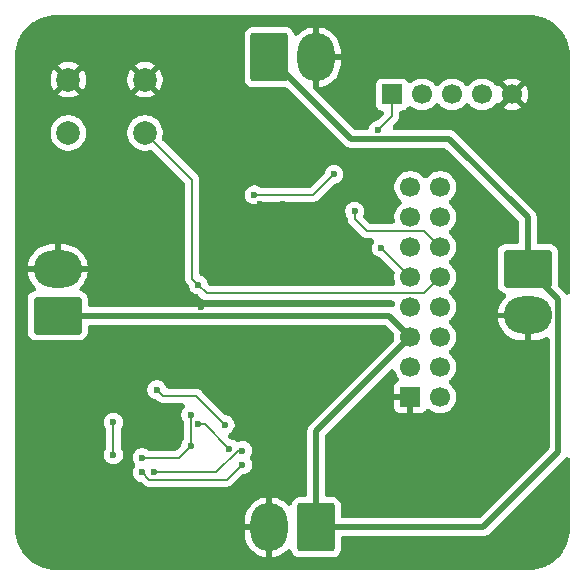
<source format=gbr>
%TF.GenerationSoftware,KiCad,Pcbnew,9.0.3*%
%TF.CreationDate,2025-08-18T23:52:33+02:00*%
%TF.ProjectId,main,6d61696e-2e6b-4696-9361-645f70636258,1.0*%
%TF.SameCoordinates,Original*%
%TF.FileFunction,Copper,L2,Bot*%
%TF.FilePolarity,Positive*%
%FSLAX46Y46*%
G04 Gerber Fmt 4.6, Leading zero omitted, Abs format (unit mm)*
G04 Created by KiCad (PCBNEW 9.0.3) date 2025-08-18 23:52:33*
%MOMM*%
%LPD*%
G01*
G04 APERTURE LIST*
G04 Aperture macros list*
%AMRoundRect*
0 Rectangle with rounded corners*
0 $1 Rounding radius*
0 $2 $3 $4 $5 $6 $7 $8 $9 X,Y pos of 4 corners*
0 Add a 4 corners polygon primitive as box body*
4,1,4,$2,$3,$4,$5,$6,$7,$8,$9,$2,$3,0*
0 Add four circle primitives for the rounded corners*
1,1,$1+$1,$2,$3*
1,1,$1+$1,$4,$5*
1,1,$1+$1,$6,$7*
1,1,$1+$1,$8,$9*
0 Add four rect primitives between the rounded corners*
20,1,$1+$1,$2,$3,$4,$5,0*
20,1,$1+$1,$4,$5,$6,$7,0*
20,1,$1+$1,$6,$7,$8,$9,0*
20,1,$1+$1,$8,$9,$2,$3,0*%
G04 Aperture macros list end*
%TA.AperFunction,ComponentPad*%
%ADD10RoundRect,0.250000X1.330000X1.800000X-1.330000X1.800000X-1.330000X-1.800000X1.330000X-1.800000X0*%
%TD*%
%TA.AperFunction,ComponentPad*%
%ADD11O,3.160000X4.100000*%
%TD*%
%TA.AperFunction,ComponentPad*%
%ADD12RoundRect,0.250000X-1.330000X-1.800000X1.330000X-1.800000X1.330000X1.800000X-1.330000X1.800000X0*%
%TD*%
%TA.AperFunction,ComponentPad*%
%ADD13C,2.000000*%
%TD*%
%TA.AperFunction,ComponentPad*%
%ADD14R,1.700000X1.700000*%
%TD*%
%TA.AperFunction,ComponentPad*%
%ADD15C,1.700000*%
%TD*%
%TA.AperFunction,ComponentPad*%
%ADD16RoundRect,0.250000X1.800000X-1.330000X1.800000X1.330000X-1.800000X1.330000X-1.800000X-1.330000X0*%
%TD*%
%TA.AperFunction,ComponentPad*%
%ADD17O,4.100000X3.160000*%
%TD*%
%TA.AperFunction,ComponentPad*%
%ADD18RoundRect,0.250000X-1.800000X1.330000X-1.800000X-1.330000X1.800000X-1.330000X1.800000X1.330000X0*%
%TD*%
%TA.AperFunction,ViaPad*%
%ADD19C,0.600000*%
%TD*%
%TA.AperFunction,Conductor*%
%ADD20C,0.200000*%
%TD*%
%TA.AperFunction,Conductor*%
%ADD21C,0.500000*%
%TD*%
G04 APERTURE END LIST*
D10*
%TO.P,J3,1,Pin_1*%
%TO.N,SOL*%
X151980000Y-119895000D03*
D11*
%TO.P,J3,2,Pin_2*%
%TO.N,GND*%
X148020000Y-119895000D03*
%TD*%
D12*
%TO.P,J1,1,Pin_1*%
%TO.N,SOL*%
X148020000Y-80105000D03*
D11*
%TO.P,J1,2,Pin_2*%
%TO.N,GND*%
X151980000Y-80105000D03*
%TD*%
D13*
%TO.P,SW1,1,1*%
%TO.N,GND*%
X131000000Y-82000000D03*
X137500000Y-82000000D03*
%TO.P,SW1,2,2*%
%TO.N,NRST*%
X131000000Y-86500000D03*
X137500000Y-86500000D03*
%TD*%
D14*
%TO.P,J5,1,Pin_1*%
%TO.N,GND*%
X159960000Y-108870000D03*
D15*
%TO.P,J5,2,Pin_2*%
%TO.N,BATT*%
X162500000Y-108870000D03*
%TO.P,J5,3,Pin_3*%
%TO.N,~{BATT_CON}*%
X159960000Y-106330000D03*
%TO.P,J5,4,Pin_4*%
%TO.N,~{BATT_CHG}*%
X162500000Y-106330000D03*
%TO.P,J5,5,Pin_5*%
%TO.N,SOL*%
X159960000Y-103790000D03*
%TO.P,J5,6,Pin_6*%
%TO.N,unconnected-(J5-Pin_6-Pad6)*%
X162500000Y-103790000D03*
%TO.P,J5,7,Pin_7*%
%TO.N,unconnected-(J5-Pin_7-Pad7)*%
X159960000Y-101250000D03*
%TO.P,J5,8,Pin_8*%
%TO.N,unconnected-(J5-Pin_8-Pad8)*%
X162500000Y-101250000D03*
%TO.P,J5,9,Pin_9*%
%TO.N,+3V3*%
X159960000Y-98710000D03*
%TO.P,J5,10,Pin_10*%
%TO.N,NRST*%
X162500000Y-98710000D03*
%TO.P,J5,11,Pin_11*%
%TO.N,SWDIO*%
X159960000Y-96170000D03*
%TO.P,J5,12,Pin_12*%
%TO.N,SWCLK*%
X162500000Y-96170000D03*
%TO.P,J5,13,Pin_13*%
%TO.N,unconnected-(J5-Pin_13-Pad13)*%
X159960000Y-93630000D03*
%TO.P,J5,14,Pin_14*%
%TO.N,unconnected-(J5-Pin_14-Pad14)*%
X162500000Y-93630000D03*
%TO.P,J5,15,Pin_15*%
%TO.N,unconnected-(J5-Pin_15-Pad15)*%
X159960000Y-91090000D03*
%TO.P,J5,16,Pin_16*%
%TO.N,unconnected-(J5-Pin_16-Pad16)*%
X162500000Y-91090000D03*
%TD*%
D16*
%TO.P,J4,1,Pin_1*%
%TO.N,SOL*%
X130105000Y-101980000D03*
D17*
%TO.P,J4,2,Pin_2*%
%TO.N,GND*%
X130105000Y-98020000D03*
%TD*%
D14*
%TO.P,J6,1,Pin_1*%
%TO.N,+3V3*%
X158420000Y-83250000D03*
D15*
%TO.P,J6,2,Pin_2*%
%TO.N,NRST*%
X160960000Y-83250000D03*
%TO.P,J6,3,Pin_3*%
%TO.N,SWDIO*%
X163500000Y-83250000D03*
%TO.P,J6,4,Pin_4*%
%TO.N,SWCLK*%
X166040000Y-83250000D03*
%TO.P,J6,5,Pin_5*%
%TO.N,GND*%
X168580000Y-83250000D03*
%TD*%
D18*
%TO.P,J2,1,Pin_1*%
%TO.N,SOL*%
X169895000Y-98000000D03*
D17*
%TO.P,J2,2,Pin_2*%
%TO.N,GND*%
X169895000Y-101960000D03*
%TD*%
D19*
%TO.N,GND*%
X151940000Y-107800000D03*
X138750000Y-117750000D03*
X164800000Y-86000000D03*
X157400000Y-89600000D03*
X162600000Y-88400000D03*
X141750000Y-119250000D03*
X147660000Y-89600000D03*
X149200000Y-92500000D03*
X160000000Y-85800000D03*
X152740000Y-87060000D03*
X142200000Y-101230000D03*
X156460000Y-112200000D03*
X159000000Y-112200000D03*
X147660000Y-87060000D03*
X150200000Y-89600000D03*
X157400000Y-93400000D03*
X150200000Y-87060000D03*
X149400000Y-107800000D03*
X145750000Y-107750000D03*
X147250000Y-92500000D03*
%TO.N,SOL*%
X144276733Y-111208968D03*
X138500000Y-108250000D03*
%TO.N,/Power Supply/STORE*%
X141372553Y-113000000D03*
X137250000Y-114000000D03*
X141372553Y-110361103D03*
%TO.N,+3V3*%
X153500000Y-90000000D03*
X157500000Y-96250000D03*
X146750000Y-91750000D03*
X157250000Y-86250000D03*
%TO.N,NRST*%
X142000000Y-99350000D03*
%TO.N,Net-(U1-MPP)*%
X134825998Y-111008233D03*
X134825998Y-113758233D03*
%TO.N,~{BATT_CON}*%
X145750000Y-113400000D03*
X138250000Y-115250000D03*
%TO.N,BATT*%
X142000000Y-111158233D03*
X144650763Y-113250707D03*
%TO.N,~{BATT_CHG}*%
X137250000Y-115250000D03*
X145750000Y-114600000D03*
%TO.N,SWCLK*%
X155250000Y-93125000D03*
%TD*%
D20*
%TO.N,GND*%
X141750000Y-119250000D02*
X141750000Y-118500000D01*
X141250000Y-118000000D02*
X139000000Y-118000000D01*
X141750000Y-118500000D02*
X141250000Y-118000000D01*
X139000000Y-118000000D02*
X138750000Y-117750000D01*
X149200000Y-92500000D02*
X147250000Y-92500000D01*
D21*
%TO.N,SOL*%
X166105000Y-119895000D02*
X151980000Y-119895000D01*
X163250000Y-87000000D02*
X154915000Y-87000000D01*
X172500000Y-113500000D02*
X166105000Y-119895000D01*
X151980000Y-111770000D02*
X159960000Y-103790000D01*
X151980000Y-119895000D02*
X151980000Y-111770000D01*
X159960000Y-103790000D02*
X158150000Y-101980000D01*
X158150000Y-101980000D02*
X130105000Y-101980000D01*
X169895000Y-98000000D02*
X172500000Y-100605000D01*
D20*
X141825998Y-108758233D02*
X144276733Y-111208968D01*
D21*
X154915000Y-87000000D02*
X148020000Y-80105000D01*
D20*
X138500000Y-108250000D02*
X139008233Y-108758233D01*
D21*
X172500000Y-100605000D02*
X172500000Y-113500000D01*
X169895000Y-98000000D02*
X169895000Y-93645000D01*
X169895000Y-93645000D02*
X163250000Y-87000000D01*
D20*
X139008233Y-108758233D02*
X141825998Y-108758233D01*
%TO.N,/Power Supply/STORE*%
X140372553Y-114000000D02*
X141372553Y-113000000D01*
X140200000Y-114000000D02*
X137250000Y-114000000D01*
X141372553Y-113000000D02*
X141372553Y-110361103D01*
X140200000Y-114000000D02*
X140372553Y-114000000D01*
%TO.N,+3V3*%
X146750000Y-91750000D02*
X151750000Y-91750000D01*
X157500000Y-96250000D02*
X159960000Y-98710000D01*
X158420000Y-85080000D02*
X158420000Y-83250000D01*
X151750000Y-91750000D02*
X153500000Y-90000000D01*
X157250000Y-86250000D02*
X158420000Y-85080000D01*
%TO.N,NRST*%
X141500000Y-98850000D02*
X141500000Y-90500000D01*
X142000000Y-99350000D02*
X141500000Y-98850000D01*
X141500000Y-90500000D02*
X137500000Y-86500000D01*
X142729000Y-100079000D02*
X161131000Y-100079000D01*
X161131000Y-100079000D02*
X162500000Y-98710000D01*
X142000000Y-99350000D02*
X142729000Y-100079000D01*
%TO.N,Net-(U1-MPP)*%
X134825998Y-113758233D02*
X134825998Y-111008233D01*
%TO.N,~{BATT_CON}*%
X143500000Y-115250000D02*
X138250000Y-115250000D01*
X145750000Y-113400000D02*
X145350000Y-113400000D01*
X145350000Y-113400000D02*
X143500000Y-115250000D01*
%TO.N,BATT*%
X142558289Y-111158233D02*
X144650763Y-113250707D01*
X142000000Y-111158233D02*
X142558289Y-111158233D01*
%TO.N,~{BATT_CHG}*%
X137851000Y-115851000D02*
X137250000Y-115250000D01*
X145750000Y-114600000D02*
X145600000Y-114750000D01*
X145500000Y-114750000D02*
X144399000Y-115851000D01*
X145600000Y-114750000D02*
X145500000Y-114750000D01*
X144399000Y-115851000D02*
X137851000Y-115851000D01*
%TO.N,SWCLK*%
X155250000Y-93125000D02*
X155250000Y-93750000D01*
X156300000Y-94800000D02*
X161130000Y-94800000D01*
X161130000Y-94800000D02*
X162500000Y-96170000D01*
X155250000Y-93750000D02*
X156300000Y-94800000D01*
%TD*%
%TA.AperFunction,Conductor*%
%TO.N,GND*%
G36*
X170006106Y-76500800D02*
G01*
X170021022Y-76501532D01*
X170330804Y-76516751D01*
X170355095Y-76519143D01*
X170670633Y-76565949D01*
X170694568Y-76570710D01*
X171004002Y-76648219D01*
X171027360Y-76655305D01*
X171327684Y-76762763D01*
X171350259Y-76772114D01*
X171638589Y-76908484D01*
X171660138Y-76920001D01*
X171933735Y-77083989D01*
X171954037Y-77097554D01*
X172169913Y-77257659D01*
X172210235Y-77287564D01*
X172229121Y-77303063D01*
X172465465Y-77517273D01*
X172482726Y-77534534D01*
X172643831Y-77712286D01*
X172696934Y-77770876D01*
X172712435Y-77789764D01*
X172902440Y-78045955D01*
X172916013Y-78066268D01*
X172967521Y-78152204D01*
X173079997Y-78339860D01*
X173091515Y-78361410D01*
X173227885Y-78649740D01*
X173237236Y-78672315D01*
X173344690Y-78972626D01*
X173351784Y-78996010D01*
X173429286Y-79305416D01*
X173434053Y-79329382D01*
X173480854Y-79644889D01*
X173483249Y-79669207D01*
X173499200Y-79993893D01*
X173499500Y-80006111D01*
X173499500Y-99941993D01*
X173480546Y-100037281D01*
X173461918Y-100065160D01*
X173427047Y-100117350D01*
X173426570Y-100118063D01*
X173417059Y-100124418D01*
X173345789Y-100172039D01*
X173250501Y-100190993D01*
X173250500Y-100190992D01*
X173250500Y-100190993D01*
X173155212Y-100172039D01*
X173074431Y-100118064D01*
X173036866Y-100080499D01*
X172978416Y-100022049D01*
X172518425Y-99562057D01*
X172464453Y-99481281D01*
X172445499Y-99385993D01*
X172445499Y-99380018D01*
X172445500Y-99380009D01*
X172445499Y-96619992D01*
X172434999Y-96517203D01*
X172379814Y-96350666D01*
X172287712Y-96201344D01*
X172163656Y-96077288D01*
X172014334Y-95985186D01*
X172014332Y-95985185D01*
X172014330Y-95985184D01*
X172014332Y-95985184D01*
X171847802Y-95930002D01*
X171847798Y-95930001D01*
X171847797Y-95930001D01*
X171796403Y-95924750D01*
X171745011Y-95919500D01*
X171745009Y-95919500D01*
X170894500Y-95919500D01*
X170799212Y-95900546D01*
X170718430Y-95846570D01*
X170664454Y-95765788D01*
X170645500Y-95670500D01*
X170645500Y-93571081D01*
X170645499Y-93571079D01*
X170636075Y-93523703D01*
X170616658Y-93426087D01*
X170560084Y-93289505D01*
X170477951Y-93166584D01*
X170477949Y-93166582D01*
X170373416Y-93062048D01*
X170373416Y-93062049D01*
X163728416Y-86417048D01*
X163728412Y-86417045D01*
X163728410Y-86417043D01*
X163728411Y-86417043D01*
X163654732Y-86367815D01*
X163654729Y-86367812D01*
X163654729Y-86367813D01*
X163605495Y-86334916D01*
X163468913Y-86278342D01*
X163468911Y-86278341D01*
X163323920Y-86249500D01*
X163323918Y-86249500D01*
X158700873Y-86249500D01*
X158605585Y-86230546D01*
X158524803Y-86176570D01*
X158487729Y-86121084D01*
X158470827Y-86095789D01*
X158451873Y-86000501D01*
X158470827Y-85905212D01*
X158524803Y-85824431D01*
X158635672Y-85713562D01*
X158788713Y-85560521D01*
X158788716Y-85560520D01*
X158900520Y-85448716D01*
X158954348Y-85355483D01*
X158979577Y-85311785D01*
X159020501Y-85159057D01*
X159020501Y-85000943D01*
X159020501Y-84985683D01*
X159020500Y-84985665D01*
X159020500Y-84849499D01*
X159039454Y-84754211D01*
X159093430Y-84673429D01*
X159174212Y-84619453D01*
X159269500Y-84600499D01*
X159317866Y-84600499D01*
X159317872Y-84600499D01*
X159377483Y-84594091D01*
X159512331Y-84543796D01*
X159627546Y-84457546D01*
X159713796Y-84342331D01*
X159713796Y-84342329D01*
X159724469Y-84328073D01*
X159727616Y-84330429D01*
X159768789Y-84281159D01*
X159854875Y-84236123D01*
X159951643Y-84227458D01*
X160044360Y-84256485D01*
X160071626Y-84275270D01*
X160072293Y-84274353D01*
X160080206Y-84280102D01*
X160080208Y-84280104D01*
X160252184Y-84405051D01*
X160441588Y-84501557D01*
X160643757Y-84567246D01*
X160717601Y-84578941D01*
X160853703Y-84600499D01*
X160853710Y-84600499D01*
X160853713Y-84600500D01*
X160853716Y-84600500D01*
X161066284Y-84600500D01*
X161066287Y-84600500D01*
X161066290Y-84600499D01*
X161066296Y-84600499D01*
X161165476Y-84584789D01*
X161276243Y-84567246D01*
X161478412Y-84501557D01*
X161667816Y-84405051D01*
X161839792Y-84280104D01*
X161990104Y-84129792D01*
X162028555Y-84076867D01*
X162099897Y-84010920D01*
X162191047Y-83977293D01*
X162288127Y-83981107D01*
X162376358Y-84021781D01*
X162431444Y-84076867D01*
X162469896Y-84129792D01*
X162620208Y-84280104D01*
X162792184Y-84405051D01*
X162981588Y-84501557D01*
X163183757Y-84567246D01*
X163257601Y-84578941D01*
X163393703Y-84600499D01*
X163393710Y-84600499D01*
X163393713Y-84600500D01*
X163393716Y-84600500D01*
X163606284Y-84600500D01*
X163606287Y-84600500D01*
X163606290Y-84600499D01*
X163606296Y-84600499D01*
X163705476Y-84584789D01*
X163816243Y-84567246D01*
X164018412Y-84501557D01*
X164207816Y-84405051D01*
X164379792Y-84280104D01*
X164530104Y-84129792D01*
X164568555Y-84076867D01*
X164639897Y-84010920D01*
X164731047Y-83977293D01*
X164828127Y-83981107D01*
X164916358Y-84021781D01*
X164971444Y-84076867D01*
X165009896Y-84129792D01*
X165160208Y-84280104D01*
X165332184Y-84405051D01*
X165521588Y-84501557D01*
X165723757Y-84567246D01*
X165797601Y-84578941D01*
X165933703Y-84600499D01*
X165933710Y-84600499D01*
X165933713Y-84600500D01*
X165933716Y-84600500D01*
X166146284Y-84600500D01*
X166146287Y-84600500D01*
X166146290Y-84600499D01*
X166146296Y-84600499D01*
X166245476Y-84584789D01*
X166356243Y-84567246D01*
X166558412Y-84501557D01*
X166747816Y-84405051D01*
X166919792Y-84280104D01*
X167070104Y-84129792D01*
X167072089Y-84127058D01*
X167074307Y-84124008D01*
X167098136Y-84091208D01*
X167108863Y-84076443D01*
X167180205Y-84010494D01*
X167271355Y-83976866D01*
X167368435Y-83980679D01*
X167429801Y-84008968D01*
X167464729Y-84011717D01*
X168097037Y-83379408D01*
X168114075Y-83442993D01*
X168179901Y-83557007D01*
X168272993Y-83650099D01*
X168387007Y-83715925D01*
X168450589Y-83732962D01*
X167818282Y-84365269D01*
X167818282Y-84365270D01*
X167872448Y-84404624D01*
X168061774Y-84501091D01*
X168061784Y-84501095D01*
X168263876Y-84566758D01*
X168473743Y-84599999D01*
X168473756Y-84600000D01*
X168686244Y-84600000D01*
X168686256Y-84599999D01*
X168896123Y-84566758D01*
X169098215Y-84501095D01*
X169098224Y-84501091D01*
X169287551Y-84404624D01*
X169341716Y-84365270D01*
X168709408Y-83732962D01*
X168772993Y-83715925D01*
X168887007Y-83650099D01*
X168980099Y-83557007D01*
X169045925Y-83442993D01*
X169062962Y-83379408D01*
X169695270Y-84011716D01*
X169734624Y-83957551D01*
X169831091Y-83768224D01*
X169831095Y-83768215D01*
X169896758Y-83566123D01*
X169929999Y-83356256D01*
X169930000Y-83356244D01*
X169930000Y-83143755D01*
X169929999Y-83143743D01*
X169896758Y-82933876D01*
X169831095Y-82731784D01*
X169831091Y-82731774D01*
X169734624Y-82542448D01*
X169695270Y-82488282D01*
X169695269Y-82488282D01*
X169062962Y-83120589D01*
X169045925Y-83057007D01*
X168980099Y-82942993D01*
X168887007Y-82849901D01*
X168772993Y-82784075D01*
X168709408Y-82767037D01*
X169341717Y-82134729D01*
X169287551Y-82095375D01*
X169287545Y-82095371D01*
X169098225Y-81998908D01*
X169098215Y-81998904D01*
X168896123Y-81933241D01*
X168686256Y-81900000D01*
X168473743Y-81900000D01*
X168263876Y-81933241D01*
X168061784Y-81998904D01*
X168061774Y-81998908D01*
X167872454Y-82095372D01*
X167872441Y-82095380D01*
X167818281Y-82134728D01*
X168450591Y-82767037D01*
X168387007Y-82784075D01*
X168272993Y-82849901D01*
X168179901Y-82942993D01*
X168114075Y-83057007D01*
X168097037Y-83120590D01*
X167464728Y-82488281D01*
X167438033Y-82490382D01*
X167403836Y-82502998D01*
X167368433Y-82519319D01*
X167358542Y-82519707D01*
X167349257Y-82523133D01*
X167310307Y-82521601D01*
X167271353Y-82523132D01*
X167262066Y-82519705D01*
X167252176Y-82519317D01*
X167216776Y-82502997D01*
X167180203Y-82489504D01*
X167172934Y-82482784D01*
X167163946Y-82478641D01*
X167108864Y-82423557D01*
X167070104Y-82370208D01*
X166919792Y-82219896D01*
X166747816Y-82094949D01*
X166558412Y-81998443D01*
X166558409Y-81998442D01*
X166558407Y-81998441D01*
X166356240Y-81932753D01*
X166146296Y-81899500D01*
X166146287Y-81899500D01*
X165933713Y-81899500D01*
X165933703Y-81899500D01*
X165723759Y-81932753D01*
X165521592Y-81998441D01*
X165332182Y-82094950D01*
X165160206Y-82219897D01*
X165009896Y-82370207D01*
X164971445Y-82423131D01*
X164900101Y-82489080D01*
X164808951Y-82522707D01*
X164711871Y-82518892D01*
X164623641Y-82478217D01*
X164568555Y-82423131D01*
X164530103Y-82370207D01*
X164379793Y-82219897D01*
X164313768Y-82171927D01*
X164207816Y-82094949D01*
X164018412Y-81998443D01*
X164018409Y-81998442D01*
X164018407Y-81998441D01*
X163816240Y-81932753D01*
X163606296Y-81899500D01*
X163606287Y-81899500D01*
X163393713Y-81899500D01*
X163393703Y-81899500D01*
X163183759Y-81932753D01*
X162981592Y-81998441D01*
X162792182Y-82094950D01*
X162620206Y-82219897D01*
X162469896Y-82370207D01*
X162431445Y-82423131D01*
X162360101Y-82489080D01*
X162268951Y-82522707D01*
X162171871Y-82518892D01*
X162083641Y-82478217D01*
X162028555Y-82423131D01*
X161990103Y-82370207D01*
X161839793Y-82219897D01*
X161773768Y-82171927D01*
X161667816Y-82094949D01*
X161478412Y-81998443D01*
X161478409Y-81998442D01*
X161478407Y-81998441D01*
X161276240Y-81932753D01*
X161066296Y-81899500D01*
X161066287Y-81899500D01*
X160853713Y-81899500D01*
X160853703Y-81899500D01*
X160643759Y-81932753D01*
X160441592Y-81998441D01*
X160252182Y-82094950D01*
X160197431Y-82134729D01*
X160080208Y-82219896D01*
X160080206Y-82219897D01*
X160072293Y-82225647D01*
X160070630Y-82223359D01*
X160001814Y-82261834D01*
X159905324Y-82273184D01*
X159811835Y-82246746D01*
X159735581Y-82186543D01*
X159725160Y-82171409D01*
X159724469Y-82171927D01*
X159713796Y-82157670D01*
X159713796Y-82157669D01*
X159627546Y-82042454D01*
X159512331Y-81956204D01*
X159432117Y-81926286D01*
X159377481Y-81905908D01*
X159317873Y-81899500D01*
X157522134Y-81899500D01*
X157522130Y-81899500D01*
X157522128Y-81899501D01*
X157509314Y-81900878D01*
X157462519Y-81905908D01*
X157462515Y-81905909D01*
X157327670Y-81956203D01*
X157212455Y-82042453D01*
X157212453Y-82042455D01*
X157126204Y-82157669D01*
X157075908Y-82292518D01*
X157069500Y-82352123D01*
X157069500Y-84147865D01*
X157069501Y-84147869D01*
X157075908Y-84207480D01*
X157075909Y-84207484D01*
X157100850Y-84274353D01*
X157126204Y-84342331D01*
X157212454Y-84457546D01*
X157327669Y-84543796D01*
X157462517Y-84594091D01*
X157481534Y-84596135D01*
X157574245Y-84625164D01*
X157648795Y-84687465D01*
X157693829Y-84773553D01*
X157702490Y-84870321D01*
X157673460Y-84963037D01*
X157630986Y-85019778D01*
X157262150Y-85388614D01*
X157181368Y-85442590D01*
X157134660Y-85456759D01*
X157016504Y-85480262D01*
X157016502Y-85480263D01*
X156870826Y-85540603D01*
X156870819Y-85540606D01*
X156739714Y-85628208D01*
X156628208Y-85739714D01*
X156540606Y-85870819D01*
X156540603Y-85870826D01*
X156480263Y-86016502D01*
X156480261Y-86016507D01*
X156473783Y-86049078D01*
X156436604Y-86138837D01*
X156367905Y-86207536D01*
X156278145Y-86244716D01*
X156229568Y-86249500D01*
X155329007Y-86249500D01*
X155233719Y-86230546D01*
X155152937Y-86176570D01*
X151802930Y-82826563D01*
X151748954Y-82745781D01*
X151730000Y-82650493D01*
X151730000Y-80921480D01*
X151732064Y-80922335D01*
X151896282Y-80955000D01*
X152063718Y-80955000D01*
X152227936Y-80922335D01*
X152230000Y-80921480D01*
X152230000Y-82549353D01*
X152310132Y-82629485D01*
X152386652Y-82619411D01*
X152650030Y-82548840D01*
X152901926Y-82444501D01*
X152901930Y-82444499D01*
X153138061Y-82308170D01*
X153138076Y-82308160D01*
X153354376Y-82142186D01*
X153547186Y-81949376D01*
X153713160Y-81733076D01*
X153713170Y-81733061D01*
X153849499Y-81496930D01*
X153849501Y-81496926D01*
X153953840Y-81245030D01*
X154024411Y-80981653D01*
X154060000Y-80711329D01*
X154060000Y-80355001D01*
X154059999Y-80355000D01*
X152796480Y-80355000D01*
X152797335Y-80352936D01*
X152830000Y-80188718D01*
X152830000Y-80021282D01*
X152797335Y-79857064D01*
X152796480Y-79855000D01*
X154059999Y-79855000D01*
X154060000Y-79854999D01*
X154060000Y-79498670D01*
X154024411Y-79228346D01*
X153953840Y-78964969D01*
X153849501Y-78713073D01*
X153849499Y-78713069D01*
X153713170Y-78476938D01*
X153713160Y-78476923D01*
X153547186Y-78260623D01*
X153354376Y-78067813D01*
X153138076Y-77901839D01*
X153138061Y-77901829D01*
X152901930Y-77765500D01*
X152901926Y-77765498D01*
X152650029Y-77661159D01*
X152386654Y-77590588D01*
X152230000Y-77569964D01*
X152230000Y-79288519D01*
X152227936Y-79287665D01*
X152063718Y-79255000D01*
X151896282Y-79255000D01*
X151732064Y-79287665D01*
X151730000Y-79288519D01*
X151730000Y-77569964D01*
X151573345Y-77590588D01*
X151309970Y-77661159D01*
X151058073Y-77765498D01*
X151058069Y-77765500D01*
X150821938Y-77901829D01*
X150821923Y-77901839D01*
X150605622Y-78067813D01*
X150482780Y-78190655D01*
X150401998Y-78244631D01*
X150306710Y-78263585D01*
X150211422Y-78244631D01*
X150130641Y-78190654D01*
X150076665Y-78109872D01*
X150070357Y-78092927D01*
X150034814Y-77985666D01*
X149942712Y-77836344D01*
X149818656Y-77712288D01*
X149669334Y-77620186D01*
X149669332Y-77620185D01*
X149669330Y-77620184D01*
X149669332Y-77620184D01*
X149502802Y-77565002D01*
X149502798Y-77565001D01*
X149502797Y-77565001D01*
X149400009Y-77554500D01*
X149400005Y-77554500D01*
X146639993Y-77554500D01*
X146537199Y-77565001D01*
X146370667Y-77620185D01*
X146221346Y-77712286D01*
X146097286Y-77836346D01*
X146005184Y-77985668D01*
X145950002Y-78152197D01*
X145950001Y-78152204D01*
X145939500Y-78254988D01*
X145939500Y-81955006D01*
X145950001Y-82057800D01*
X146005185Y-82224332D01*
X146084009Y-82352128D01*
X146097288Y-82373656D01*
X146221344Y-82497712D01*
X146370666Y-82589814D01*
X146370669Y-82589815D01*
X146370667Y-82589815D01*
X146534310Y-82644040D01*
X146537203Y-82644999D01*
X146639991Y-82655500D01*
X149400008Y-82655499D01*
X149405991Y-82655499D01*
X149501279Y-82674453D01*
X149582061Y-82728429D01*
X154332049Y-87478416D01*
X154332048Y-87478416D01*
X154436582Y-87582949D01*
X154436584Y-87582951D01*
X154559505Y-87665084D01*
X154616080Y-87688518D01*
X154696088Y-87721659D01*
X154812241Y-87744763D01*
X154841080Y-87750499D01*
X154841081Y-87750500D01*
X154841082Y-87750500D01*
X154841083Y-87750500D01*
X154988918Y-87750500D01*
X162835992Y-87750500D01*
X162931280Y-87769454D01*
X163012062Y-87823430D01*
X169071570Y-93882937D01*
X169125546Y-93963719D01*
X169144500Y-94059007D01*
X169144500Y-95670500D01*
X169125546Y-95765788D01*
X169071570Y-95846570D01*
X168990788Y-95900546D01*
X168895500Y-95919500D01*
X168045002Y-95919500D01*
X168044985Y-95919501D01*
X167942199Y-95930001D01*
X167775667Y-95985185D01*
X167626346Y-96077286D01*
X167502286Y-96201346D01*
X167410184Y-96350668D01*
X167355002Y-96517197D01*
X167355001Y-96517204D01*
X167344500Y-96619988D01*
X167344500Y-99380006D01*
X167355001Y-99482800D01*
X167410185Y-99649332D01*
X167410186Y-99649334D01*
X167502288Y-99798656D01*
X167626344Y-99922712D01*
X167775666Y-100014814D01*
X167882909Y-100050351D01*
X167967396Y-100098313D01*
X168027099Y-100174959D01*
X168052927Y-100268619D01*
X168040947Y-100365032D01*
X167992983Y-100449522D01*
X167980655Y-100462780D01*
X167857813Y-100585622D01*
X167691839Y-100801923D01*
X167691829Y-100801938D01*
X167555500Y-101038069D01*
X167555498Y-101038073D01*
X167451159Y-101289969D01*
X167380588Y-101553346D01*
X167359965Y-101710000D01*
X169078520Y-101710000D01*
X169077665Y-101712064D01*
X169045000Y-101876282D01*
X169045000Y-102043718D01*
X169077665Y-102207936D01*
X169078520Y-102210000D01*
X167359965Y-102210000D01*
X167380588Y-102366653D01*
X167451159Y-102630030D01*
X167555498Y-102881926D01*
X167555500Y-102881930D01*
X167691829Y-103118061D01*
X167691839Y-103118076D01*
X167857813Y-103334376D01*
X168050623Y-103527186D01*
X168266923Y-103693160D01*
X168266938Y-103693170D01*
X168503069Y-103829499D01*
X168503073Y-103829501D01*
X168754969Y-103933840D01*
X169018346Y-104004411D01*
X169288670Y-104040000D01*
X169644999Y-104040000D01*
X169645000Y-104039999D01*
X169645000Y-102776480D01*
X169647064Y-102777335D01*
X169811282Y-102810000D01*
X169978718Y-102810000D01*
X170142936Y-102777335D01*
X170145000Y-102776480D01*
X170145000Y-104039999D01*
X170145001Y-104040000D01*
X170501330Y-104040000D01*
X170771653Y-104004411D01*
X171035030Y-103933840D01*
X171286926Y-103829501D01*
X171286930Y-103829499D01*
X171376001Y-103778075D01*
X171468000Y-103746846D01*
X171564947Y-103753201D01*
X171652082Y-103796171D01*
X171716141Y-103869217D01*
X171747370Y-103961216D01*
X171749500Y-103993716D01*
X171749500Y-113085992D01*
X171730546Y-113181280D01*
X171676570Y-113262062D01*
X165867062Y-119071570D01*
X165786280Y-119125546D01*
X165690992Y-119144500D01*
X154309499Y-119144500D01*
X154214211Y-119125546D01*
X154133429Y-119071570D01*
X154079453Y-118990788D01*
X154060499Y-118895500D01*
X154060499Y-118044993D01*
X154053927Y-117980655D01*
X154049999Y-117942203D01*
X153994814Y-117775666D01*
X153902712Y-117626344D01*
X153778656Y-117502288D01*
X153629334Y-117410186D01*
X153629332Y-117410185D01*
X153629330Y-117410184D01*
X153629332Y-117410184D01*
X153462802Y-117355002D01*
X153462798Y-117355001D01*
X153462797Y-117355001D01*
X153411403Y-117349750D01*
X153360011Y-117344500D01*
X153360009Y-117344500D01*
X152979500Y-117344500D01*
X152884212Y-117325546D01*
X152803430Y-117271570D01*
X152749454Y-117190788D01*
X152730500Y-117095500D01*
X152730500Y-112184007D01*
X152749454Y-112088719D01*
X152803430Y-112007937D01*
X155512430Y-109298937D01*
X158238304Y-106573062D01*
X158319083Y-106519089D01*
X158414371Y-106500135D01*
X158509659Y-106519089D01*
X158590441Y-106573065D01*
X158644417Y-106653847D01*
X158651184Y-106672189D01*
X158708441Y-106848408D01*
X158804950Y-107037817D01*
X158935647Y-107217707D01*
X158933433Y-107219314D01*
X158972145Y-107288505D01*
X158983525Y-107384992D01*
X158957115Y-107478488D01*
X158896936Y-107554761D01*
X158881655Y-107565287D01*
X158882169Y-107565974D01*
X158752812Y-107662810D01*
X158752810Y-107662812D01*
X158666646Y-107777912D01*
X158616403Y-107912621D01*
X158616401Y-107912628D01*
X158610000Y-107972167D01*
X158610000Y-108619999D01*
X158610001Y-108620000D01*
X159526988Y-108620000D01*
X159494075Y-108677007D01*
X159460000Y-108804174D01*
X159460000Y-108935826D01*
X159494075Y-109062993D01*
X159526988Y-109120000D01*
X158610001Y-109120000D01*
X158610000Y-109120001D01*
X158610000Y-109767832D01*
X158616401Y-109827371D01*
X158616403Y-109827378D01*
X158666646Y-109962087D01*
X158752810Y-110077187D01*
X158752812Y-110077189D01*
X158867912Y-110163353D01*
X159002621Y-110213596D01*
X159002628Y-110213598D01*
X159062167Y-110219999D01*
X159062175Y-110220000D01*
X159709999Y-110220000D01*
X159710000Y-110219999D01*
X159710000Y-109303012D01*
X159767007Y-109335925D01*
X159894174Y-109370000D01*
X160025826Y-109370000D01*
X160152993Y-109335925D01*
X160210000Y-109303012D01*
X160210000Y-110219999D01*
X160210001Y-110220000D01*
X160857825Y-110220000D01*
X160857832Y-110219999D01*
X160917371Y-110213598D01*
X160917378Y-110213596D01*
X161052087Y-110163353D01*
X161167187Y-110077189D01*
X161167189Y-110077187D01*
X161264026Y-109947831D01*
X161267159Y-109950176D01*
X161308346Y-109900864D01*
X161394421Y-109855806D01*
X161491187Y-109847117D01*
X161583912Y-109876120D01*
X161611659Y-109895225D01*
X161612293Y-109894353D01*
X161620206Y-109900102D01*
X161620208Y-109900104D01*
X161792184Y-110025051D01*
X161981588Y-110121557D01*
X162183757Y-110187246D01*
X162257601Y-110198941D01*
X162393703Y-110220499D01*
X162393710Y-110220499D01*
X162393713Y-110220500D01*
X162393716Y-110220500D01*
X162606284Y-110220500D01*
X162606287Y-110220500D01*
X162606290Y-110220499D01*
X162606296Y-110220499D01*
X162705476Y-110204789D01*
X162816243Y-110187246D01*
X163018412Y-110121557D01*
X163207816Y-110025051D01*
X163379792Y-109900104D01*
X163530104Y-109749792D01*
X163655051Y-109577816D01*
X163751557Y-109388412D01*
X163817246Y-109186243D01*
X163843618Y-109019737D01*
X163850499Y-108976296D01*
X163850500Y-108976284D01*
X163850500Y-108763715D01*
X163850499Y-108763703D01*
X163817246Y-108553759D01*
X163817246Y-108553757D01*
X163751557Y-108351588D01*
X163655051Y-108162184D01*
X163530104Y-107990208D01*
X163379792Y-107839896D01*
X163326867Y-107801444D01*
X163260920Y-107730103D01*
X163227293Y-107638953D01*
X163231107Y-107541873D01*
X163271781Y-107453642D01*
X163326867Y-107398555D01*
X163379792Y-107360104D01*
X163530104Y-107209792D01*
X163655051Y-107037816D01*
X163751557Y-106848412D01*
X163817246Y-106646243D01*
X163837385Y-106519089D01*
X163850499Y-106436296D01*
X163850500Y-106436284D01*
X163850500Y-106223715D01*
X163850499Y-106223703D01*
X163817246Y-106013759D01*
X163817246Y-106013757D01*
X163751557Y-105811588D01*
X163655051Y-105622184D01*
X163530104Y-105450208D01*
X163379792Y-105299896D01*
X163326867Y-105261444D01*
X163260920Y-105190103D01*
X163227293Y-105098953D01*
X163231107Y-105001873D01*
X163271781Y-104913642D01*
X163326867Y-104858555D01*
X163379792Y-104820104D01*
X163530104Y-104669792D01*
X163655051Y-104497816D01*
X163751557Y-104308412D01*
X163817246Y-104106243D01*
X163844552Y-103933840D01*
X163850499Y-103896296D01*
X163850500Y-103896284D01*
X163850500Y-103683715D01*
X163850499Y-103683703D01*
X163817246Y-103473759D01*
X163817246Y-103473757D01*
X163751557Y-103271588D01*
X163655051Y-103082184D01*
X163530104Y-102910208D01*
X163379792Y-102759896D01*
X163326867Y-102721444D01*
X163260920Y-102650103D01*
X163227293Y-102558953D01*
X163231107Y-102461873D01*
X163271781Y-102373642D01*
X163326867Y-102318555D01*
X163379792Y-102280104D01*
X163530104Y-102129792D01*
X163655051Y-101957816D01*
X163751557Y-101768412D01*
X163817246Y-101566243D01*
X163850500Y-101356287D01*
X163850500Y-101143713D01*
X163850499Y-101143710D01*
X163850499Y-101143703D01*
X163817246Y-100933759D01*
X163817246Y-100933757D01*
X163751557Y-100731588D01*
X163655051Y-100542184D01*
X163530104Y-100370208D01*
X163379792Y-100219896D01*
X163326867Y-100181444D01*
X163260920Y-100110103D01*
X163227293Y-100018953D01*
X163231107Y-99921873D01*
X163271781Y-99833642D01*
X163326867Y-99778555D01*
X163379792Y-99740104D01*
X163530104Y-99589792D01*
X163655051Y-99417816D01*
X163751557Y-99228412D01*
X163817246Y-99026243D01*
X163846790Y-98839711D01*
X163850499Y-98816296D01*
X163850500Y-98816284D01*
X163850500Y-98603715D01*
X163850499Y-98603703D01*
X163817246Y-98393759D01*
X163817246Y-98393757D01*
X163751557Y-98191588D01*
X163655051Y-98002184D01*
X163530104Y-97830208D01*
X163379792Y-97679896D01*
X163326867Y-97641444D01*
X163260920Y-97570103D01*
X163227293Y-97478953D01*
X163231107Y-97381873D01*
X163271781Y-97293642D01*
X163326867Y-97238555D01*
X163379792Y-97200104D01*
X163530104Y-97049792D01*
X163655051Y-96877816D01*
X163751557Y-96688412D01*
X163817246Y-96486243D01*
X163838719Y-96350667D01*
X163850499Y-96276296D01*
X163850500Y-96276284D01*
X163850500Y-96063715D01*
X163850499Y-96063703D01*
X163819949Y-95870826D01*
X163817246Y-95853757D01*
X163751557Y-95651588D01*
X163655051Y-95462184D01*
X163530104Y-95290208D01*
X163379792Y-95139896D01*
X163326867Y-95101444D01*
X163260920Y-95030103D01*
X163227293Y-94938953D01*
X163231107Y-94841873D01*
X163271781Y-94753642D01*
X163326867Y-94698555D01*
X163379792Y-94660104D01*
X163530104Y-94509792D01*
X163655051Y-94337816D01*
X163751557Y-94148412D01*
X163817246Y-93946243D01*
X163835807Y-93829057D01*
X163850499Y-93736296D01*
X163850500Y-93736284D01*
X163850500Y-93523715D01*
X163850499Y-93523703D01*
X163817246Y-93313759D01*
X163817246Y-93313757D01*
X163751557Y-93111588D01*
X163655051Y-92922184D01*
X163530104Y-92750208D01*
X163379792Y-92599896D01*
X163326867Y-92561444D01*
X163260920Y-92490103D01*
X163227293Y-92398953D01*
X163231107Y-92301873D01*
X163271781Y-92213642D01*
X163326867Y-92158555D01*
X163379792Y-92120104D01*
X163530104Y-91969792D01*
X163655051Y-91797816D01*
X163751557Y-91608412D01*
X163817246Y-91406243D01*
X163843622Y-91239714D01*
X163850499Y-91196296D01*
X163850500Y-91196284D01*
X163850500Y-90983715D01*
X163850499Y-90983703D01*
X163821482Y-90800500D01*
X163817246Y-90773757D01*
X163751557Y-90571588D01*
X163655051Y-90382184D01*
X163530104Y-90210208D01*
X163379792Y-90059896D01*
X163207816Y-89934949D01*
X163018412Y-89838443D01*
X163018409Y-89838442D01*
X163018407Y-89838441D01*
X162816240Y-89772753D01*
X162606296Y-89739500D01*
X162606287Y-89739500D01*
X162393713Y-89739500D01*
X162393703Y-89739500D01*
X162183759Y-89772753D01*
X161981592Y-89838441D01*
X161792182Y-89934950D01*
X161620206Y-90059897D01*
X161469896Y-90210207D01*
X161431445Y-90263131D01*
X161360101Y-90329080D01*
X161268951Y-90362707D01*
X161171871Y-90358892D01*
X161083641Y-90318217D01*
X161028555Y-90263131D01*
X160990103Y-90210207D01*
X160839793Y-90059897D01*
X160784164Y-90019480D01*
X160667816Y-89934949D01*
X160478412Y-89838443D01*
X160478409Y-89838442D01*
X160478407Y-89838441D01*
X160276240Y-89772753D01*
X160066296Y-89739500D01*
X160066287Y-89739500D01*
X159853713Y-89739500D01*
X159853703Y-89739500D01*
X159643759Y-89772753D01*
X159441592Y-89838441D01*
X159252182Y-89934950D01*
X159080206Y-90059897D01*
X158929897Y-90210206D01*
X158804950Y-90382182D01*
X158708441Y-90571592D01*
X158642753Y-90773759D01*
X158609500Y-90983703D01*
X158609500Y-91196296D01*
X158642753Y-91406240D01*
X158642754Y-91406243D01*
X158708443Y-91608412D01*
X158804949Y-91797816D01*
X158929896Y-91969792D01*
X159080208Y-92120104D01*
X159092699Y-92129179D01*
X159133131Y-92158555D01*
X159199080Y-92229899D01*
X159232707Y-92321049D01*
X159228892Y-92418129D01*
X159188217Y-92506359D01*
X159133131Y-92561445D01*
X159080207Y-92599896D01*
X158929897Y-92750206D01*
X158804950Y-92922182D01*
X158708441Y-93111592D01*
X158642753Y-93313759D01*
X158609500Y-93523703D01*
X158609500Y-93736284D01*
X158609501Y-93736298D01*
X158637258Y-93911548D01*
X158633444Y-94008628D01*
X158592769Y-94096858D01*
X158521426Y-94162807D01*
X158430276Y-94196434D01*
X158391324Y-94199500D01*
X156651875Y-94199500D01*
X156556587Y-94180546D01*
X156475805Y-94126570D01*
X156045998Y-93696763D01*
X155992022Y-93615981D01*
X155973068Y-93520693D01*
X155992021Y-93425409D01*
X156019737Y-93358497D01*
X156050500Y-93203842D01*
X156050500Y-93046158D01*
X156025840Y-92922184D01*
X156019738Y-92891507D01*
X156019737Y-92891505D01*
X156019737Y-92891503D01*
X155959394Y-92745821D01*
X155871789Y-92614711D01*
X155760289Y-92503211D01*
X155740672Y-92490103D01*
X155629180Y-92415606D01*
X155629173Y-92415603D01*
X155483497Y-92355263D01*
X155483492Y-92355261D01*
X155328846Y-92324500D01*
X155328842Y-92324500D01*
X155171158Y-92324500D01*
X155171153Y-92324500D01*
X155016507Y-92355261D01*
X155016502Y-92355263D01*
X154870826Y-92415603D01*
X154870819Y-92415606D01*
X154739714Y-92503208D01*
X154628208Y-92614714D01*
X154540606Y-92745819D01*
X154540603Y-92745826D01*
X154480263Y-92891502D01*
X154480261Y-92891507D01*
X154449500Y-93046153D01*
X154449500Y-93203846D01*
X154480261Y-93358492D01*
X154480263Y-93358497D01*
X154540603Y-93504173D01*
X154540606Y-93504180D01*
X154607535Y-93604345D01*
X154643552Y-93688589D01*
X154649499Y-93715310D01*
X154649499Y-93829057D01*
X154690423Y-93981785D01*
X154701225Y-94000494D01*
X154720334Y-94033592D01*
X154720335Y-94033595D01*
X154756860Y-94096858D01*
X154769480Y-94118716D01*
X154881284Y-94230520D01*
X154881286Y-94230521D01*
X155819478Y-95168713D01*
X155819480Y-95168716D01*
X155931284Y-95280520D01*
X156018091Y-95330637D01*
X156018094Y-95330639D01*
X156068208Y-95359573D01*
X156068215Y-95359577D01*
X156068219Y-95359578D01*
X156220939Y-95400500D01*
X156220942Y-95400500D01*
X156220943Y-95400500D01*
X156639018Y-95400500D01*
X156734306Y-95419454D01*
X156815088Y-95473430D01*
X156869064Y-95554212D01*
X156888018Y-95649500D01*
X156869064Y-95744788D01*
X156846054Y-95787837D01*
X156790607Y-95870819D01*
X156790603Y-95870826D01*
X156730263Y-96016502D01*
X156730261Y-96016507D01*
X156699500Y-96171153D01*
X156699500Y-96328846D01*
X156730261Y-96483492D01*
X156730263Y-96483497D01*
X156790603Y-96629173D01*
X156790606Y-96629180D01*
X156830184Y-96688412D01*
X156878211Y-96760289D01*
X156989711Y-96871789D01*
X156989714Y-96871791D01*
X157120819Y-96959393D01*
X157120820Y-96959393D01*
X157120821Y-96959394D01*
X157266503Y-97019737D01*
X157266505Y-97019737D01*
X157266507Y-97019738D01*
X157384658Y-97043240D01*
X157474417Y-97080419D01*
X157512150Y-97111385D01*
X158573793Y-98173028D01*
X158627769Y-98253810D01*
X158646723Y-98349098D01*
X158643657Y-98388050D01*
X158609501Y-98603701D01*
X158609500Y-98603715D01*
X158609500Y-98816296D01*
X158642753Y-99026240D01*
X158683795Y-99152555D01*
X158695214Y-99249037D01*
X158668842Y-99342544D01*
X158608694Y-99418841D01*
X158523927Y-99466313D01*
X158446982Y-99478500D01*
X143080876Y-99478500D01*
X142985588Y-99459546D01*
X142904806Y-99405570D01*
X142861384Y-99362148D01*
X142807408Y-99281366D01*
X142793241Y-99234665D01*
X142769737Y-99116503D01*
X142755356Y-99081785D01*
X142709396Y-98970826D01*
X142709393Y-98970819D01*
X142621791Y-98839714D01*
X142621789Y-98839711D01*
X142510289Y-98728211D01*
X142510285Y-98728208D01*
X142379180Y-98640606D01*
X142379177Y-98640605D01*
X142290082Y-98603701D01*
X142254212Y-98588843D01*
X142173430Y-98534867D01*
X142119454Y-98454085D01*
X142100500Y-98358797D01*
X142100500Y-91671153D01*
X145949500Y-91671153D01*
X145949500Y-91828846D01*
X145980261Y-91983492D01*
X145980263Y-91983497D01*
X146040603Y-92129173D01*
X146040606Y-92129180D01*
X146060234Y-92158555D01*
X146128211Y-92260289D01*
X146239711Y-92371789D01*
X146239714Y-92371791D01*
X146370819Y-92459393D01*
X146370820Y-92459393D01*
X146370821Y-92459394D01*
X146516503Y-92519737D01*
X146516505Y-92519737D01*
X146516507Y-92519738D01*
X146598614Y-92536070D01*
X146671158Y-92550500D01*
X146828842Y-92550500D01*
X146983497Y-92519737D01*
X147129179Y-92459394D01*
X147229347Y-92392464D01*
X147319107Y-92355284D01*
X147367684Y-92350500D01*
X151655666Y-92350500D01*
X151655682Y-92350501D01*
X151670943Y-92350501D01*
X151829056Y-92350501D01*
X151829057Y-92350501D01*
X151981785Y-92309577D01*
X152033879Y-92279500D01*
X152118716Y-92230520D01*
X152230520Y-92118716D01*
X152230521Y-92118713D01*
X153487852Y-90861383D01*
X153568631Y-90807409D01*
X153615335Y-90793240D01*
X153733497Y-90769737D01*
X153879179Y-90709394D01*
X154010289Y-90621789D01*
X154121789Y-90510289D01*
X154209394Y-90379179D01*
X154269737Y-90233497D01*
X154300500Y-90078842D01*
X154300500Y-89921158D01*
X154284047Y-89838443D01*
X154269738Y-89766507D01*
X154269737Y-89766505D01*
X154269737Y-89766503D01*
X154209394Y-89620821D01*
X154121789Y-89489711D01*
X154010289Y-89378211D01*
X154010285Y-89378208D01*
X153879180Y-89290606D01*
X153879173Y-89290603D01*
X153733497Y-89230263D01*
X153733492Y-89230261D01*
X153578846Y-89199500D01*
X153578842Y-89199500D01*
X153421158Y-89199500D01*
X153421153Y-89199500D01*
X153266507Y-89230261D01*
X153266502Y-89230263D01*
X153120826Y-89290603D01*
X153120819Y-89290606D01*
X152989714Y-89378208D01*
X152878208Y-89489714D01*
X152790606Y-89620819D01*
X152790603Y-89620826D01*
X152730263Y-89766502D01*
X152730261Y-89766507D01*
X152706760Y-89884656D01*
X152669580Y-89974416D01*
X152638615Y-90012147D01*
X151574195Y-91076569D01*
X151493413Y-91130546D01*
X151398125Y-91149500D01*
X147367684Y-91149500D01*
X147272396Y-91130546D01*
X147229347Y-91107536D01*
X147129180Y-91040607D01*
X147129179Y-91040606D01*
X147129176Y-91040604D01*
X147129173Y-91040603D01*
X146983497Y-90980263D01*
X146983492Y-90980261D01*
X146828846Y-90949500D01*
X146828842Y-90949500D01*
X146671158Y-90949500D01*
X146671153Y-90949500D01*
X146516507Y-90980261D01*
X146516502Y-90980263D01*
X146370826Y-91040603D01*
X146370819Y-91040606D01*
X146239714Y-91128208D01*
X146128208Y-91239714D01*
X146040606Y-91370819D01*
X146040603Y-91370826D01*
X145980263Y-91516502D01*
X145980261Y-91516507D01*
X145949500Y-91671153D01*
X142100500Y-91671153D01*
X142100500Y-90420944D01*
X142090114Y-90382182D01*
X142089310Y-90379179D01*
X142059577Y-90268215D01*
X142022137Y-90203368D01*
X142022137Y-90203367D01*
X142022135Y-90203365D01*
X141980520Y-90131284D01*
X141868716Y-90019480D01*
X141868713Y-90019478D01*
X139006963Y-87157728D01*
X138952987Y-87076946D01*
X138934033Y-86981658D01*
X138946219Y-86904714D01*
X138963553Y-86851368D01*
X139000500Y-86618092D01*
X139000500Y-86381908D01*
X138963553Y-86148632D01*
X138890568Y-85924008D01*
X138783343Y-85713567D01*
X138783341Y-85713564D01*
X138783340Y-85713562D01*
X138644521Y-85522495D01*
X138644519Y-85522493D01*
X138644517Y-85522490D01*
X138477510Y-85355483D01*
X138477506Y-85355480D01*
X138477504Y-85355478D01*
X138286437Y-85216659D01*
X138272747Y-85209683D01*
X138075992Y-85109432D01*
X138075989Y-85109431D01*
X138075987Y-85109430D01*
X137951079Y-85068845D01*
X137851368Y-85036447D01*
X137851366Y-85036446D01*
X137851364Y-85036446D01*
X137618103Y-84999501D01*
X137618094Y-84999500D01*
X137618092Y-84999500D01*
X137381908Y-84999500D01*
X137381905Y-84999500D01*
X137381896Y-84999501D01*
X137148635Y-85036446D01*
X136924012Y-85109430D01*
X136713562Y-85216659D01*
X136522495Y-85355478D01*
X136355478Y-85522495D01*
X136216659Y-85713562D01*
X136109430Y-85924012D01*
X136036446Y-86148635D01*
X135999501Y-86381896D01*
X135999500Y-86381912D01*
X135999500Y-86618087D01*
X135999501Y-86618103D01*
X136036446Y-86851362D01*
X136036447Y-86851368D01*
X136109432Y-87075992D01*
X136151079Y-87157728D01*
X136216659Y-87286437D01*
X136355478Y-87477504D01*
X136355480Y-87477506D01*
X136355483Y-87477510D01*
X136522490Y-87644517D01*
X136522493Y-87644519D01*
X136522495Y-87644521D01*
X136713562Y-87783340D01*
X136713564Y-87783341D01*
X136713567Y-87783343D01*
X136924008Y-87890568D01*
X137148632Y-87963553D01*
X137381908Y-88000500D01*
X137381912Y-88000500D01*
X137618088Y-88000500D01*
X137618092Y-88000500D01*
X137851368Y-87963553D01*
X137904713Y-87946219D01*
X138001193Y-87934800D01*
X138094700Y-87961172D01*
X138157728Y-88006963D01*
X140826570Y-90675805D01*
X140880546Y-90756587D01*
X140899500Y-90851875D01*
X140899500Y-98755665D01*
X140899499Y-98755683D01*
X140899499Y-98929057D01*
X140940421Y-99081781D01*
X140940422Y-99081782D01*
X140940423Y-99081785D01*
X140954513Y-99106189D01*
X140960470Y-99116507D01*
X141019479Y-99218714D01*
X141019480Y-99218716D01*
X141131278Y-99330515D01*
X141131282Y-99330518D01*
X141131284Y-99330520D01*
X141131285Y-99330521D01*
X141138615Y-99337851D01*
X141192590Y-99418631D01*
X141206759Y-99465340D01*
X141230262Y-99583494D01*
X141230263Y-99583497D01*
X141290603Y-99729173D01*
X141290606Y-99729180D01*
X141337027Y-99798653D01*
X141378211Y-99860289D01*
X141489711Y-99971789D01*
X141489714Y-99971791D01*
X141620819Y-100059393D01*
X141620820Y-100059393D01*
X141620821Y-100059394D01*
X141766501Y-100119736D01*
X141766503Y-100119737D01*
X141884659Y-100143240D01*
X141974415Y-100180417D01*
X142012143Y-100211379D01*
X142360284Y-100559520D01*
X142360286Y-100559521D01*
X142497212Y-100638575D01*
X142497213Y-100638575D01*
X142497216Y-100638577D01*
X142649943Y-100679501D01*
X142823319Y-100679501D01*
X142823335Y-100679500D01*
X158391483Y-100679500D01*
X158486771Y-100698454D01*
X158567553Y-100752430D01*
X158621529Y-100833212D01*
X158640483Y-100928500D01*
X158637417Y-100967455D01*
X158625063Y-101045450D01*
X158591435Y-101136599D01*
X158525485Y-101207942D01*
X158437254Y-101248616D01*
X158340174Y-101252429D01*
X158330551Y-101250711D01*
X158303055Y-101245241D01*
X158223918Y-101229500D01*
X158223916Y-101229500D01*
X132904499Y-101229500D01*
X132809211Y-101210546D01*
X132728429Y-101156570D01*
X132674453Y-101075788D01*
X132655499Y-100980500D01*
X132655499Y-100599993D01*
X132655499Y-100599991D01*
X132644999Y-100497203D01*
X132633592Y-100462780D01*
X132601202Y-100365032D01*
X132589814Y-100330666D01*
X132497712Y-100181344D01*
X132373656Y-100057288D01*
X132224334Y-99965186D01*
X132224332Y-99965185D01*
X132224330Y-99965184D01*
X132224331Y-99965184D01*
X132117092Y-99929649D01*
X132032602Y-99881685D01*
X131972899Y-99805038D01*
X131947072Y-99711379D01*
X131959053Y-99614966D01*
X132007017Y-99530476D01*
X132019345Y-99517218D01*
X132142186Y-99394377D01*
X132308160Y-99178076D01*
X132308170Y-99178061D01*
X132444499Y-98941930D01*
X132444501Y-98941926D01*
X132548840Y-98690030D01*
X132619411Y-98426653D01*
X132640035Y-98270000D01*
X130921480Y-98270000D01*
X130922335Y-98267936D01*
X130955000Y-98103718D01*
X130955000Y-97936282D01*
X130922335Y-97772064D01*
X130921480Y-97770000D01*
X132640034Y-97770000D01*
X132619411Y-97613346D01*
X132548840Y-97349969D01*
X132444501Y-97098073D01*
X132444499Y-97098069D01*
X132308170Y-96861938D01*
X132308160Y-96861923D01*
X132142186Y-96645623D01*
X131949376Y-96452813D01*
X131733076Y-96286839D01*
X131733061Y-96286829D01*
X131496930Y-96150500D01*
X131496926Y-96150498D01*
X131245030Y-96046159D01*
X130981653Y-95975588D01*
X130711330Y-95940000D01*
X130355001Y-95940000D01*
X130355000Y-95940001D01*
X130355000Y-97203519D01*
X130352936Y-97202665D01*
X130188718Y-97170000D01*
X130021282Y-97170000D01*
X129857064Y-97202665D01*
X129855000Y-97203519D01*
X129855000Y-95940001D01*
X129854999Y-95940000D01*
X129498670Y-95940000D01*
X129228346Y-95975588D01*
X128964969Y-96046159D01*
X128713073Y-96150498D01*
X128713069Y-96150500D01*
X128476938Y-96286829D01*
X128476923Y-96286839D01*
X128260623Y-96452813D01*
X128067813Y-96645623D01*
X127901839Y-96861923D01*
X127901829Y-96861938D01*
X127765500Y-97098069D01*
X127765498Y-97098073D01*
X127661159Y-97349969D01*
X127590588Y-97613346D01*
X127569965Y-97770000D01*
X129288520Y-97770000D01*
X129287665Y-97772064D01*
X129255000Y-97936282D01*
X129255000Y-98103718D01*
X129287665Y-98267936D01*
X129288520Y-98270000D01*
X127569965Y-98270000D01*
X127590588Y-98426653D01*
X127661159Y-98690030D01*
X127765498Y-98941926D01*
X127765500Y-98941930D01*
X127901829Y-99178061D01*
X127901839Y-99178076D01*
X128067813Y-99394376D01*
X128190655Y-99517218D01*
X128244631Y-99598000D01*
X128263585Y-99693288D01*
X128244631Y-99788576D01*
X128190655Y-99869358D01*
X128109873Y-99923334D01*
X128092908Y-99929649D01*
X127985667Y-99965185D01*
X127836346Y-100057286D01*
X127712286Y-100181346D01*
X127620184Y-100330668D01*
X127565002Y-100497197D01*
X127565001Y-100497204D01*
X127554500Y-100599988D01*
X127554500Y-103360006D01*
X127565001Y-103462800D01*
X127620185Y-103629332D01*
X127711929Y-103778075D01*
X127712288Y-103778656D01*
X127836344Y-103902712D01*
X127985666Y-103994814D01*
X127985669Y-103994815D01*
X127985667Y-103994815D01*
X128122025Y-104039999D01*
X128152203Y-104049999D01*
X128254991Y-104060500D01*
X131955008Y-104060499D01*
X132057797Y-104049999D01*
X132224334Y-103994814D01*
X132373656Y-103902712D01*
X132497712Y-103778656D01*
X132589814Y-103629334D01*
X132644999Y-103462797D01*
X132655500Y-103360009D01*
X132655500Y-102979500D01*
X132674454Y-102884212D01*
X132728430Y-102803430D01*
X132809212Y-102749454D01*
X132904500Y-102730500D01*
X157735993Y-102730500D01*
X157831281Y-102749454D01*
X157912062Y-102803430D01*
X158544787Y-103436154D01*
X158598764Y-103516936D01*
X158617718Y-103612224D01*
X158617718Y-103631825D01*
X158609500Y-103683713D01*
X158609500Y-103896287D01*
X158617718Y-103948173D01*
X158617718Y-103967773D01*
X158611990Y-103996564D01*
X158610838Y-104025903D01*
X158602601Y-104043768D01*
X158598764Y-104063061D01*
X158582453Y-104087472D01*
X158570162Y-104114133D01*
X158544788Y-104143843D01*
X154958529Y-107730103D01*
X151397048Y-111291584D01*
X151380494Y-111316360D01*
X151314919Y-111414500D01*
X151314913Y-111414510D01*
X151258341Y-111551088D01*
X151229500Y-111696079D01*
X151229500Y-117095500D01*
X151210546Y-117190788D01*
X151156570Y-117271570D01*
X151075788Y-117325546D01*
X150980501Y-117344500D01*
X150599993Y-117344500D01*
X150497199Y-117355001D01*
X150330667Y-117410185D01*
X150181346Y-117502286D01*
X150057286Y-117626346D01*
X149965185Y-117775667D01*
X149929649Y-117882908D01*
X149881684Y-117967397D01*
X149805038Y-118027100D01*
X149711379Y-118052927D01*
X149614965Y-118040946D01*
X149530476Y-117992981D01*
X149517218Y-117980655D01*
X149394376Y-117857813D01*
X149178076Y-117691839D01*
X149178061Y-117691829D01*
X148941930Y-117555500D01*
X148941926Y-117555498D01*
X148690029Y-117451159D01*
X148426654Y-117380588D01*
X148270000Y-117359964D01*
X148270000Y-119078519D01*
X148267936Y-119077665D01*
X148103718Y-119045000D01*
X147936282Y-119045000D01*
X147772064Y-119077665D01*
X147770000Y-119078519D01*
X147770000Y-117359964D01*
X147613345Y-117380588D01*
X147349970Y-117451159D01*
X147098073Y-117555498D01*
X147098069Y-117555500D01*
X146861938Y-117691829D01*
X146861923Y-117691839D01*
X146645623Y-117857813D01*
X146452813Y-118050623D01*
X146286839Y-118266923D01*
X146286829Y-118266938D01*
X146150500Y-118503069D01*
X146150498Y-118503073D01*
X146046159Y-118754969D01*
X145975588Y-119018346D01*
X145940000Y-119288670D01*
X145940000Y-119644999D01*
X145940001Y-119645000D01*
X147203520Y-119645000D01*
X147202665Y-119647064D01*
X147170000Y-119811282D01*
X147170000Y-119978718D01*
X147202665Y-120142936D01*
X147203520Y-120145000D01*
X145940001Y-120145000D01*
X145940000Y-120145001D01*
X145940000Y-120501329D01*
X145975588Y-120771653D01*
X146046159Y-121035030D01*
X146150498Y-121286926D01*
X146150500Y-121286930D01*
X146286829Y-121523061D01*
X146286839Y-121523076D01*
X146452813Y-121739376D01*
X146645623Y-121932186D01*
X146861923Y-122098160D01*
X146861938Y-122098170D01*
X147098069Y-122234499D01*
X147098073Y-122234501D01*
X147349969Y-122338840D01*
X147613346Y-122409411D01*
X147770000Y-122430034D01*
X147770000Y-120711480D01*
X147772064Y-120712335D01*
X147936282Y-120745000D01*
X148103718Y-120745000D01*
X148267936Y-120712335D01*
X148270000Y-120711480D01*
X148270000Y-122430033D01*
X148426653Y-122409411D01*
X148690030Y-122338840D01*
X148941926Y-122234501D01*
X148941930Y-122234499D01*
X149178061Y-122098170D01*
X149178076Y-122098160D01*
X149394377Y-121932186D01*
X149517218Y-121809345D01*
X149597999Y-121755368D01*
X149693287Y-121736414D01*
X149788575Y-121755368D01*
X149869357Y-121809344D01*
X149923334Y-121890125D01*
X149929649Y-121907092D01*
X149965184Y-122014331D01*
X149965186Y-122014334D01*
X150057288Y-122163656D01*
X150181344Y-122287712D01*
X150330666Y-122379814D01*
X150330669Y-122379815D01*
X150330667Y-122379815D01*
X150482220Y-122430034D01*
X150497203Y-122434999D01*
X150599991Y-122445500D01*
X153360008Y-122445499D01*
X153462797Y-122434999D01*
X153629334Y-122379814D01*
X153778656Y-122287712D01*
X153902712Y-122163656D01*
X153994814Y-122014334D01*
X154049999Y-121847797D01*
X154060500Y-121745009D01*
X154060500Y-120894500D01*
X154079454Y-120799212D01*
X154133430Y-120718430D01*
X154214212Y-120664454D01*
X154309500Y-120645500D01*
X166178919Y-120645500D01*
X166178919Y-120645499D01*
X166323913Y-120616658D01*
X166410039Y-120580983D01*
X166460491Y-120560086D01*
X166460492Y-120560085D01*
X166460495Y-120560084D01*
X166509729Y-120527186D01*
X166583416Y-120477952D01*
X173074433Y-113986934D01*
X173155212Y-113932961D01*
X173250500Y-113914007D01*
X173345788Y-113932961D01*
X173426570Y-113986937D01*
X173480546Y-114067719D01*
X173499500Y-114163007D01*
X173499500Y-119993888D01*
X173499200Y-120006106D01*
X173483249Y-120330792D01*
X173480854Y-120355110D01*
X173434053Y-120670617D01*
X173429286Y-120694583D01*
X173351784Y-121003989D01*
X173344690Y-121027373D01*
X173237236Y-121327684D01*
X173227885Y-121350259D01*
X173091515Y-121638589D01*
X173079997Y-121660139D01*
X172916017Y-121933725D01*
X172902440Y-121954044D01*
X172712435Y-122210235D01*
X172696934Y-122229123D01*
X172482735Y-122465456D01*
X172465456Y-122482735D01*
X172229123Y-122696934D01*
X172210235Y-122712435D01*
X171954044Y-122902440D01*
X171933725Y-122916017D01*
X171660139Y-123079997D01*
X171638589Y-123091515D01*
X171350259Y-123227885D01*
X171327684Y-123237236D01*
X171027373Y-123344690D01*
X171003989Y-123351784D01*
X170694583Y-123429286D01*
X170670617Y-123434053D01*
X170355110Y-123480854D01*
X170330792Y-123483249D01*
X170006107Y-123499200D01*
X169993889Y-123499500D01*
X130006111Y-123499500D01*
X129993893Y-123499200D01*
X129669207Y-123483249D01*
X129644889Y-123480854D01*
X129329382Y-123434053D01*
X129305416Y-123429286D01*
X128996010Y-123351784D01*
X128972626Y-123344690D01*
X128672315Y-123237236D01*
X128649740Y-123227885D01*
X128361410Y-123091515D01*
X128339860Y-123079997D01*
X128203673Y-122998370D01*
X128066268Y-122916013D01*
X128045955Y-122902440D01*
X127789764Y-122712435D01*
X127770876Y-122696934D01*
X127534534Y-122482726D01*
X127517273Y-122465465D01*
X127303063Y-122229121D01*
X127287564Y-122210235D01*
X127191034Y-122080080D01*
X127097554Y-121954037D01*
X127083989Y-121933735D01*
X126920001Y-121660138D01*
X126908484Y-121638589D01*
X126772114Y-121350259D01*
X126762763Y-121327684D01*
X126748181Y-121286930D01*
X126655305Y-121027360D01*
X126648219Y-121004002D01*
X126570710Y-120694568D01*
X126565949Y-120670633D01*
X126519143Y-120355095D01*
X126516751Y-120330804D01*
X126500799Y-120006106D01*
X126500500Y-119993888D01*
X126500500Y-110929386D01*
X134025498Y-110929386D01*
X134025498Y-111087079D01*
X134056259Y-111241725D01*
X134056261Y-111241730D01*
X134116601Y-111387406D01*
X134116606Y-111387415D01*
X134183533Y-111487578D01*
X134220713Y-111577338D01*
X134225498Y-111625916D01*
X134225498Y-113140549D01*
X134206544Y-113235837D01*
X134183534Y-113278886D01*
X134116605Y-113379052D01*
X134116601Y-113379059D01*
X134056261Y-113524735D01*
X134056259Y-113524740D01*
X134025498Y-113679386D01*
X134025498Y-113837079D01*
X134056259Y-113991725D01*
X134056261Y-113991730D01*
X134116601Y-114137406D01*
X134116604Y-114137413D01*
X134180806Y-114233497D01*
X134204209Y-114268522D01*
X134315709Y-114380022D01*
X134315712Y-114380024D01*
X134446817Y-114467626D01*
X134446818Y-114467626D01*
X134446819Y-114467627D01*
X134592501Y-114527970D01*
X134592503Y-114527970D01*
X134592505Y-114527971D01*
X134743146Y-114557935D01*
X134747156Y-114558733D01*
X134904840Y-114558733D01*
X135059495Y-114527970D01*
X135205177Y-114467627D01*
X135336287Y-114380022D01*
X135447787Y-114268522D01*
X135535392Y-114137412D01*
X135595735Y-113991730D01*
X135609774Y-113921153D01*
X136449500Y-113921153D01*
X136449500Y-114078846D01*
X136480261Y-114233492D01*
X136480263Y-114233497D01*
X136540603Y-114379173D01*
X136540609Y-114379185D01*
X136612424Y-114486664D01*
X136649604Y-114576423D01*
X136649603Y-114673578D01*
X136612424Y-114763336D01*
X136540609Y-114870814D01*
X136540603Y-114870826D01*
X136480263Y-115016502D01*
X136480261Y-115016507D01*
X136449500Y-115171153D01*
X136449500Y-115328846D01*
X136480261Y-115483492D01*
X136480263Y-115483497D01*
X136540603Y-115629173D01*
X136540606Y-115629180D01*
X136628208Y-115760285D01*
X136628211Y-115760289D01*
X136739711Y-115871789D01*
X136739714Y-115871791D01*
X136870819Y-115959393D01*
X136870820Y-115959393D01*
X136870821Y-115959394D01*
X137016503Y-116019737D01*
X137016505Y-116019737D01*
X137016507Y-116019738D01*
X137134658Y-116043240D01*
X137224417Y-116080419D01*
X137262150Y-116111385D01*
X137370478Y-116219713D01*
X137370480Y-116219716D01*
X137482284Y-116331520D01*
X137619216Y-116410577D01*
X137731019Y-116440534D01*
X137771942Y-116451500D01*
X137771943Y-116451500D01*
X144304666Y-116451500D01*
X144304682Y-116451501D01*
X144319943Y-116451501D01*
X144478056Y-116451501D01*
X144478057Y-116451501D01*
X144630785Y-116410577D01*
X144680904Y-116381639D01*
X144767716Y-116331520D01*
X144879520Y-116219716D01*
X144879521Y-116219713D01*
X145625805Y-115473430D01*
X145706586Y-115419454D01*
X145801874Y-115400500D01*
X145828842Y-115400500D01*
X145983497Y-115369737D01*
X146129179Y-115309394D01*
X146260289Y-115221789D01*
X146371789Y-115110289D01*
X146459394Y-114979179D01*
X146519737Y-114833497D01*
X146550500Y-114678842D01*
X146550500Y-114521158D01*
X146539852Y-114467626D01*
X146519738Y-114366507D01*
X146519737Y-114366505D01*
X146519737Y-114366503D01*
X146459394Y-114220821D01*
X146459393Y-114220820D01*
X146459392Y-114220817D01*
X146420764Y-114163007D01*
X146404279Y-114138335D01*
X146367100Y-114048579D01*
X146367099Y-113951424D01*
X146404276Y-113861668D01*
X146459394Y-113779179D01*
X146519737Y-113633497D01*
X146550500Y-113478842D01*
X146550500Y-113321158D01*
X146534069Y-113238556D01*
X146519738Y-113166507D01*
X146519737Y-113166505D01*
X146519737Y-113166503D01*
X146459394Y-113020821D01*
X146412917Y-112951264D01*
X146371791Y-112889714D01*
X146371789Y-112889711D01*
X146260289Y-112778211D01*
X146242767Y-112766503D01*
X146129180Y-112690606D01*
X146129173Y-112690603D01*
X145983497Y-112630263D01*
X145983492Y-112630261D01*
X145828846Y-112599500D01*
X145828842Y-112599500D01*
X145671158Y-112599500D01*
X145671153Y-112599500D01*
X145516507Y-112630261D01*
X145516506Y-112630261D01*
X145419250Y-112670546D01*
X145323962Y-112689499D01*
X145228674Y-112670544D01*
X145166001Y-112632979D01*
X145161055Y-112628920D01*
X145029943Y-112541313D01*
X145029936Y-112541310D01*
X144884260Y-112480970D01*
X144884257Y-112480969D01*
X144766103Y-112457466D01*
X144743447Y-112448081D01*
X144719394Y-112443297D01*
X144699000Y-112429670D01*
X144676344Y-112420286D01*
X144638612Y-112389321D01*
X144574167Y-112324876D01*
X144520191Y-112244094D01*
X144501237Y-112148806D01*
X144520191Y-112053518D01*
X144574167Y-111972736D01*
X144645595Y-111925009D01*
X144645124Y-111924128D01*
X144654077Y-111919342D01*
X144654945Y-111918762D01*
X144655912Y-111918362D01*
X144787022Y-111830757D01*
X144898522Y-111719257D01*
X144986127Y-111588147D01*
X145046470Y-111442465D01*
X145077233Y-111287810D01*
X145077233Y-111130126D01*
X145068669Y-111087074D01*
X145046471Y-110975475D01*
X145046470Y-110975473D01*
X145046470Y-110975471D01*
X144986127Y-110829789D01*
X144949344Y-110774740D01*
X144898524Y-110698682D01*
X144898522Y-110698679D01*
X144787022Y-110587179D01*
X144787018Y-110587176D01*
X144655913Y-110499574D01*
X144655906Y-110499571D01*
X144510230Y-110439231D01*
X144510225Y-110439229D01*
X144392076Y-110415728D01*
X144302316Y-110378549D01*
X144264584Y-110347583D01*
X142315978Y-108398978D01*
X142306519Y-108389519D01*
X142306518Y-108389517D01*
X142194714Y-108277713D01*
X142107902Y-108227593D01*
X142091219Y-108217961D01*
X142091217Y-108217959D01*
X142057782Y-108198655D01*
X142057779Y-108198654D01*
X141905055Y-108157732D01*
X141746941Y-108157732D01*
X141731680Y-108157732D01*
X141731664Y-108157733D01*
X139494612Y-108157733D01*
X139399324Y-108138779D01*
X139318542Y-108084803D01*
X139264568Y-108004024D01*
X139209394Y-107870821D01*
X139121789Y-107739711D01*
X139010289Y-107628211D01*
X139010285Y-107628208D01*
X138879180Y-107540606D01*
X138879173Y-107540603D01*
X138733497Y-107480263D01*
X138733492Y-107480261D01*
X138578846Y-107449500D01*
X138578842Y-107449500D01*
X138421158Y-107449500D01*
X138421153Y-107449500D01*
X138266507Y-107480261D01*
X138266502Y-107480263D01*
X138120826Y-107540603D01*
X138120819Y-107540606D01*
X137989714Y-107628208D01*
X137878208Y-107739714D01*
X137790606Y-107870819D01*
X137790603Y-107870826D01*
X137730263Y-108016502D01*
X137730261Y-108016507D01*
X137699500Y-108171153D01*
X137699500Y-108328846D01*
X137730261Y-108483492D01*
X137730263Y-108483497D01*
X137790603Y-108629173D01*
X137790606Y-108629180D01*
X137833203Y-108692930D01*
X137878211Y-108760289D01*
X137989711Y-108871789D01*
X137989714Y-108871791D01*
X138120819Y-108959393D01*
X138120820Y-108959393D01*
X138120821Y-108959394D01*
X138266503Y-109019737D01*
X138266505Y-109019737D01*
X138266507Y-109019738D01*
X138384658Y-109043240D01*
X138395799Y-109047854D01*
X138407804Y-109049009D01*
X138428604Y-109061442D01*
X138474417Y-109080419D01*
X138493594Y-109094607D01*
X138503298Y-109102533D01*
X138527711Y-109126946D01*
X138527713Y-109126949D01*
X138639517Y-109238753D01*
X138726328Y-109288872D01*
X138776448Y-109317810D01*
X138929176Y-109358734D01*
X139102551Y-109358734D01*
X139102567Y-109358733D01*
X140641706Y-109358733D01*
X140736994Y-109377687D01*
X140817776Y-109431663D01*
X140871752Y-109512445D01*
X140890706Y-109607733D01*
X140871752Y-109703021D01*
X140817778Y-109783799D01*
X140774207Y-109827371D01*
X140750761Y-109850817D01*
X140663159Y-109981922D01*
X140663156Y-109981929D01*
X140602816Y-110127605D01*
X140602814Y-110127610D01*
X140572053Y-110282256D01*
X140572053Y-110439949D01*
X140602814Y-110594595D01*
X140602816Y-110594600D01*
X140663156Y-110740276D01*
X140663158Y-110740279D01*
X140663159Y-110740282D01*
X140722964Y-110829787D01*
X140730088Y-110840448D01*
X140767268Y-110930208D01*
X140772053Y-110978786D01*
X140772053Y-112382316D01*
X140753099Y-112477604D01*
X140753099Y-112477605D01*
X140743714Y-112500261D01*
X140663159Y-112620821D01*
X140602816Y-112766503D01*
X140574529Y-112908708D01*
X140565143Y-112931369D01*
X140551517Y-112951760D01*
X140542132Y-112974419D01*
X140511167Y-113012149D01*
X140196749Y-113326569D01*
X140115968Y-113380546D01*
X140020680Y-113399500D01*
X137867684Y-113399500D01*
X137772396Y-113380546D01*
X137729347Y-113357536D01*
X137629180Y-113290607D01*
X137629179Y-113290606D01*
X137629176Y-113290604D01*
X137629173Y-113290603D01*
X137483497Y-113230263D01*
X137483492Y-113230261D01*
X137328846Y-113199500D01*
X137328842Y-113199500D01*
X137171158Y-113199500D01*
X137171153Y-113199500D01*
X137016507Y-113230261D01*
X137016502Y-113230263D01*
X136870826Y-113290603D01*
X136870819Y-113290606D01*
X136739714Y-113378208D01*
X136628208Y-113489714D01*
X136540606Y-113620819D01*
X136540603Y-113620826D01*
X136480263Y-113766502D01*
X136480261Y-113766507D01*
X136449500Y-113921153D01*
X135609774Y-113921153D01*
X135626498Y-113837075D01*
X135626498Y-113679391D01*
X135595735Y-113524736D01*
X135535392Y-113379054D01*
X135468462Y-113278886D01*
X135431282Y-113189126D01*
X135426498Y-113140549D01*
X135426498Y-111625916D01*
X135445452Y-111530628D01*
X135468463Y-111487578D01*
X135535392Y-111387412D01*
X135595735Y-111241730D01*
X135626498Y-111087075D01*
X135626498Y-110929391D01*
X135606686Y-110829789D01*
X135595736Y-110774740D01*
X135595735Y-110774738D01*
X135595735Y-110774736D01*
X135535392Y-110629054D01*
X135447787Y-110497944D01*
X135336287Y-110386444D01*
X135336283Y-110386441D01*
X135205178Y-110298839D01*
X135205171Y-110298836D01*
X135059495Y-110238496D01*
X135059490Y-110238494D01*
X134904844Y-110207733D01*
X134904840Y-110207733D01*
X134747156Y-110207733D01*
X134747151Y-110207733D01*
X134592505Y-110238494D01*
X134592500Y-110238496D01*
X134446824Y-110298836D01*
X134446817Y-110298839D01*
X134315712Y-110386441D01*
X134204206Y-110497947D01*
X134116604Y-110629052D01*
X134116601Y-110629059D01*
X134056261Y-110774735D01*
X134056259Y-110774740D01*
X134025498Y-110929386D01*
X126500500Y-110929386D01*
X126500500Y-86381912D01*
X129499500Y-86381912D01*
X129499500Y-86618087D01*
X129499501Y-86618103D01*
X129536446Y-86851362D01*
X129536447Y-86851368D01*
X129609432Y-87075992D01*
X129651079Y-87157728D01*
X129716659Y-87286437D01*
X129855478Y-87477504D01*
X129855480Y-87477506D01*
X129855483Y-87477510D01*
X130022490Y-87644517D01*
X130022493Y-87644519D01*
X130022495Y-87644521D01*
X130213562Y-87783340D01*
X130213564Y-87783341D01*
X130213567Y-87783343D01*
X130424008Y-87890568D01*
X130648632Y-87963553D01*
X130881908Y-88000500D01*
X130881912Y-88000500D01*
X131118088Y-88000500D01*
X131118092Y-88000500D01*
X131351368Y-87963553D01*
X131575992Y-87890568D01*
X131786433Y-87783343D01*
X131977510Y-87644517D01*
X132144517Y-87477510D01*
X132283343Y-87286433D01*
X132390568Y-87075992D01*
X132463553Y-86851368D01*
X132500500Y-86618092D01*
X132500500Y-86381908D01*
X132463553Y-86148632D01*
X132390568Y-85924008D01*
X132283343Y-85713567D01*
X132283341Y-85713564D01*
X132283340Y-85713562D01*
X132144521Y-85522495D01*
X132144519Y-85522493D01*
X132144517Y-85522490D01*
X131977510Y-85355483D01*
X131977506Y-85355480D01*
X131977504Y-85355478D01*
X131786437Y-85216659D01*
X131772747Y-85209683D01*
X131575992Y-85109432D01*
X131575989Y-85109431D01*
X131575987Y-85109430D01*
X131451079Y-85068845D01*
X131351368Y-85036447D01*
X131351366Y-85036446D01*
X131351364Y-85036446D01*
X131118103Y-84999501D01*
X131118094Y-84999500D01*
X131118092Y-84999500D01*
X130881908Y-84999500D01*
X130881905Y-84999500D01*
X130881896Y-84999501D01*
X130648635Y-85036446D01*
X130424012Y-85109430D01*
X130213562Y-85216659D01*
X130022495Y-85355478D01*
X129855478Y-85522495D01*
X129716659Y-85713562D01*
X129609430Y-85924012D01*
X129536446Y-86148635D01*
X129499501Y-86381896D01*
X129499500Y-86381912D01*
X126500500Y-86381912D01*
X126500500Y-81881951D01*
X129500000Y-81881951D01*
X129500000Y-82118048D01*
X129500001Y-82118063D01*
X129536934Y-82351247D01*
X129609893Y-82575795D01*
X129717088Y-82786176D01*
X129777339Y-82869105D01*
X130476211Y-82170232D01*
X130487482Y-82212292D01*
X130559890Y-82337708D01*
X130662292Y-82440110D01*
X130787708Y-82512518D01*
X130829764Y-82523787D01*
X130130893Y-83222659D01*
X130213823Y-83282911D01*
X130424204Y-83390106D01*
X130648752Y-83463065D01*
X130881936Y-83499998D01*
X130881951Y-83500000D01*
X131118049Y-83500000D01*
X131118063Y-83499998D01*
X131351247Y-83463065D01*
X131575795Y-83390106D01*
X131786177Y-83282910D01*
X131869105Y-83222659D01*
X131170233Y-82523787D01*
X131212292Y-82512518D01*
X131337708Y-82440110D01*
X131440110Y-82337708D01*
X131512518Y-82212292D01*
X131523787Y-82170233D01*
X132222659Y-82869105D01*
X132282910Y-82786177D01*
X132390106Y-82575795D01*
X132463065Y-82351247D01*
X132499998Y-82118063D01*
X132500000Y-82118048D01*
X132500000Y-81881951D01*
X136000000Y-81881951D01*
X136000000Y-82118048D01*
X136000001Y-82118063D01*
X136036934Y-82351247D01*
X136109893Y-82575795D01*
X136217088Y-82786176D01*
X136277339Y-82869105D01*
X136976211Y-82170232D01*
X136987482Y-82212292D01*
X137059890Y-82337708D01*
X137162292Y-82440110D01*
X137287708Y-82512518D01*
X137329764Y-82523787D01*
X136630893Y-83222659D01*
X136713823Y-83282911D01*
X136924204Y-83390106D01*
X137148752Y-83463065D01*
X137381936Y-83499998D01*
X137381951Y-83500000D01*
X137618049Y-83500000D01*
X137618063Y-83499998D01*
X137851247Y-83463065D01*
X138075795Y-83390106D01*
X138286177Y-83282910D01*
X138369105Y-83222659D01*
X137670233Y-82523787D01*
X137712292Y-82512518D01*
X137837708Y-82440110D01*
X137940110Y-82337708D01*
X138012518Y-82212292D01*
X138023787Y-82170233D01*
X138722659Y-82869105D01*
X138782910Y-82786177D01*
X138890106Y-82575795D01*
X138963065Y-82351247D01*
X138999998Y-82118063D01*
X139000000Y-82118048D01*
X139000000Y-81881951D01*
X138999998Y-81881936D01*
X138963065Y-81648752D01*
X138890106Y-81424204D01*
X138782911Y-81213823D01*
X138722659Y-81130893D01*
X138023787Y-81829764D01*
X138012518Y-81787708D01*
X137940110Y-81662292D01*
X137837708Y-81559890D01*
X137712292Y-81487482D01*
X137670232Y-81476211D01*
X138369105Y-80777339D01*
X138286176Y-80717088D01*
X138075795Y-80609893D01*
X137851247Y-80536934D01*
X137618063Y-80500001D01*
X137618049Y-80500000D01*
X137381951Y-80500000D01*
X137381936Y-80500001D01*
X137148752Y-80536934D01*
X136924204Y-80609894D01*
X136924199Y-80609896D01*
X136713833Y-80717082D01*
X136630894Y-80777340D01*
X137329766Y-81476212D01*
X137287708Y-81487482D01*
X137162292Y-81559890D01*
X137059890Y-81662292D01*
X136987482Y-81787708D01*
X136976212Y-81829766D01*
X136277340Y-81130894D01*
X136217082Y-81213833D01*
X136109896Y-81424199D01*
X136109894Y-81424204D01*
X136036934Y-81648752D01*
X136000001Y-81881936D01*
X136000000Y-81881951D01*
X132500000Y-81881951D01*
X132499998Y-81881936D01*
X132463065Y-81648752D01*
X132390106Y-81424204D01*
X132282911Y-81213823D01*
X132222659Y-81130893D01*
X131523787Y-81829764D01*
X131512518Y-81787708D01*
X131440110Y-81662292D01*
X131337708Y-81559890D01*
X131212292Y-81487482D01*
X131170232Y-81476211D01*
X131869105Y-80777339D01*
X131786176Y-80717088D01*
X131575795Y-80609893D01*
X131351247Y-80536934D01*
X131118063Y-80500001D01*
X131118049Y-80500000D01*
X130881951Y-80500000D01*
X130881936Y-80500001D01*
X130648752Y-80536934D01*
X130424204Y-80609894D01*
X130424199Y-80609896D01*
X130213833Y-80717082D01*
X130130894Y-80777340D01*
X130829766Y-81476212D01*
X130787708Y-81487482D01*
X130662292Y-81559890D01*
X130559890Y-81662292D01*
X130487482Y-81787708D01*
X130476212Y-81829766D01*
X129777340Y-81130894D01*
X129717082Y-81213833D01*
X129609896Y-81424199D01*
X129609894Y-81424204D01*
X129536934Y-81648752D01*
X129500001Y-81881936D01*
X129500000Y-81881951D01*
X126500500Y-81881951D01*
X126500500Y-80006111D01*
X126500800Y-79993894D01*
X126515121Y-79702374D01*
X126516751Y-79669191D01*
X126519143Y-79644906D01*
X126565949Y-79329362D01*
X126570709Y-79305435D01*
X126648220Y-78995991D01*
X126655303Y-78972644D01*
X126762766Y-78672306D01*
X126772110Y-78649748D01*
X126908489Y-78361400D01*
X126919996Y-78339870D01*
X127083995Y-78066254D01*
X127097547Y-78045971D01*
X127287571Y-77789754D01*
X127303055Y-77770888D01*
X127517282Y-77534524D01*
X127534524Y-77517282D01*
X127770888Y-77303055D01*
X127789754Y-77287571D01*
X128045971Y-77097547D01*
X128066254Y-77083995D01*
X128339870Y-76919996D01*
X128361400Y-76908489D01*
X128649748Y-76772110D01*
X128672306Y-76762766D01*
X128972644Y-76655303D01*
X128995991Y-76648220D01*
X129305435Y-76570709D01*
X129329362Y-76565949D01*
X129644906Y-76519143D01*
X129669193Y-76516751D01*
X129979950Y-76501484D01*
X129993894Y-76500800D01*
X130006111Y-76500500D01*
X130065892Y-76500500D01*
X169934108Y-76500500D01*
X169993889Y-76500500D01*
X170006106Y-76500800D01*
G37*
%TD.AperFunction*%
%TD*%
M02*

</source>
